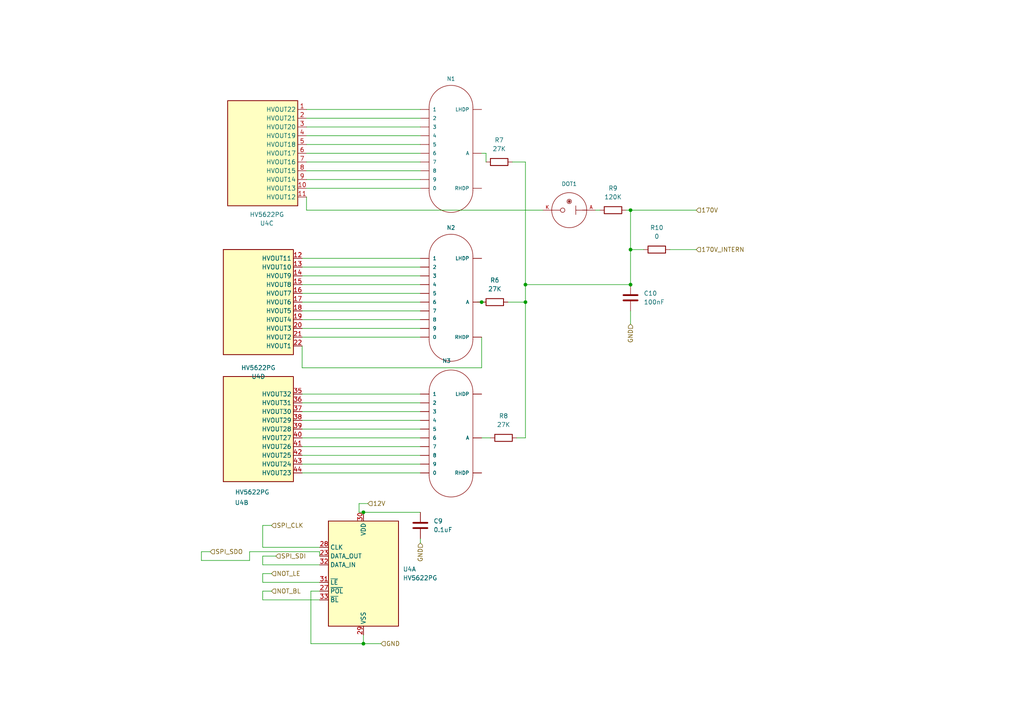
<source format=kicad_sch>
(kicad_sch (version 20250114) (generator "eeschema") (generator_version "9.0")
  (paper "A4")
  (title_block (title "Nixie driver for three IN-14 and one IN-3 tube"))
  (lib_symbols
    (symbol "Device:C" (pin_numbers (hide yes)) (pin_names (offset 0.254))
      (property "Reference" "C" (at 0.635 2.54 0))
      (property "Value" "C" (at 0.635 -2.54 0))
      (symbol "C_0_1"
        (polyline (pts (xy -2.032 0.762) (xy 2.032 0.762)) (stroke (width 0.508)))
        (polyline (pts (xy -2.032 -0.762) (xy 2.032 -0.762)) (stroke (width 0.508)))
      )
      (symbol "C_1_1"
        (pin passive line (at 0 3.81 270) (length 2.794) (name "~") (number "1"))
        (pin passive line (at 0 -3.81 90) (length 2.794) (name "~") (number "2"))
      )
    )
    (symbol "Device:R" (pin_numbers (hide yes)) (pin_names (offset 0))
      (property "Reference" "R" (at 2.032 0 90))
      (property "Value" "R" (at 0 0 90))
      (symbol "R_0_1"
        (rectangle (start -1.016 -2.54) (end 1.016 2.54) (stroke (width 0.254)))
      )
      (symbol "R_1_1"
        (pin passive line (at 0 3.81 270) (length 1.27) (name "~") (number "1"))
        (pin passive line (at 0 -3.81 90) (length 1.27) (name "~") (number "2"))
      )
    )
    (symbol "HV5622:HV5622PG"
      (property "Reference" "U" (at -8.636 16.764 0))
      (property "Value" "HV5622PG" (at -4.572 -13.462 0))
      (symbol "HV5622PG_1_1"
        (rectangle (start -10.16 15.24) (end 10.16 -15.24) (stroke (width 0.254)) (fill (type background)))
        (pin input line (at -12.7 7.62 0) (length 2.54) (name "CLK") (number "28"))
        (pin output line (at -12.7 5.08 0) (length 2.54) (name "DATA_OUT") (number "23"))
        (pin input line (at -12.7 2.54 0) (length 2.54) (name "DATA_IN") (number "32"))
        (pin input line (at -12.7 -2.54 0) (length 2.54) (name "~{LE}") (number "31"))
        (pin input line (at -12.7 -5.08 0) (length 2.54) (name "~{POL}") (number "27"))
        (pin input line (at -12.7 -7.62 0) (length 2.54) (name "~{BL}") (number "33"))
        (pin power_in line (at 0 17.78 270) (length 2.54) (name "VDD") (number "30"))
        (pin power_in line (at 0 -17.78 90) (length 2.54) (name "VSS") (number "29"))
        (pin no_connect line (at 10.16 0 0) (length 2.54) (hide yes) (name "NC") (number "34"))
        (pin no_connect line (at 10.16 -2.54 0) (length 2.54) (hide yes) (name "NC") (number "26"))
        (pin no_connect line (at 10.16 -5.08 0) (length 2.54) (hide yes) (name "NC") (number "25"))
        (pin no_connect line (at 10.16 -7.62 0) (length 2.54) (hide yes) (name "NC") (number "24"))
      )
      (symbol "HV5622PG_2_1"
        (rectangle (start -10.16 15.24) (end 10.16 -15.24) (stroke (width 0.254)) (fill (type background)))
        (pin open_collector line (at 12.7 12.7 180) (length 2.54) (name "HVOUT23") (number "44"))
        (pin open_collector line (at 12.7 10.16 180) (length 2.54) (name "HVOUT24") (number "43"))
        (pin open_collector line (at 12.7 7.62 180) (length 2.54) (name "HVOUT25") (number "42"))
        (pin open_collector line (at 12.7 5.08 180) (length 2.54) (name "HVOUT26") (number "41"))
        (pin open_collector line (at 12.7 2.54 180) (length 2.54) (name "HVOUT27") (number "40"))
        (pin open_collector line (at 12.7 0 180) (length 2.54) (name "HVOUT28") (number "39"))
        (pin open_collector line (at 12.7 -2.54 180) (length 2.54) (name "HVOUT29") (number "38"))
        (pin open_collector line (at 12.7 -5.08 180) (length 2.54) (name "HVOUT30") (number "37"))
        (pin open_collector line (at 12.7 -7.62 180) (length 2.54) (name "HVOUT31") (number "36"))
        (pin open_collector line (at 12.7 -10.16 180) (length 2.54) (name "HVOUT32") (number "35"))
      )
      (symbol "HV5622PG_3_1"
        (rectangle (start -10.16 15.24) (end 10.16 -15.24) (stroke (width 0.254)) (fill (type background)))
        (rectangle (start 12.7 12.7) (end 12.7 12.7))
        (pin open_collector line (at 12.7 12.7 180) (length 2.54) (name "HVOUT12") (number "11"))
        (pin open_collector line (at 12.7 10.16 180) (length 2.54) (name "HVOUT13") (number "10"))
        (pin open_collector line (at 12.7 7.62 180) (length 2.54) (name "HVOUT14") (number "9"))
        (pin open_collector line (at 12.7 5.08 180) (length 2.54) (name "HVOUT15") (number "8"))
        (pin open_collector line (at 12.7 2.54 180) (length 2.54) (name "HVOUT16") (number "7"))
        (pin open_collector line (at 12.7 0 180) (length 2.54) (name "HVOUT17") (number "6"))
        (pin open_collector line (at 12.7 -2.54 180) (length 2.54) (name "HVOUT18") (number "5"))
        (pin open_collector line (at 12.7 -5.08 180) (length 2.54) (name "HVOUT19") (number "4"))
        (pin open_collector line (at 12.7 -7.62 180) (length 2.54) (name "HVOUT20") (number "3"))
        (pin open_collector line (at 12.7 -10.16 180) (length 2.54) (name "HVOUT21") (number "2"))
        (pin open_collector line (at 12.7 -12.7 180) (length 2.54) (name "HVOUT22") (number "1"))
      )
      (symbol "HV5622PG_4_1"
        (rectangle (start -10.16 15.24) (end 10.16 -15.24) (stroke (width 0.254)) (fill (type background)))
        (pin open_collector line (at 12.7 12.7 180) (length 2.54) (name "HVOUT1") (number "22"))
        (pin open_collector line (at 12.7 10.16 180) (length 2.54) (name "HVOUT2") (number "21"))
        (pin open_collector line (at 12.7 7.62 180) (length 2.54) (name "HVOUT3") (number "20"))
        (pin open_collector line (at 12.7 5.08 180) (length 2.54) (name "HVOUT4") (number "19"))
        (pin open_collector line (at 12.7 2.54 180) (length 2.54) (name "HVOUT5") (number "18"))
        (pin open_collector line (at 12.7 0 180) (length 2.54) (name "HVOUT6") (number "17"))
        (pin open_collector line (at 12.7 -2.54 180) (length 2.54) (name "HVOUT7") (number "16"))
        (pin open_collector line (at 12.7 -5.08 180) (length 2.54) (name "HVOUT8") (number "15"))
        (pin open_collector line (at 12.7 -7.62 180) (length 2.54) (name "HVOUT9") (number "14"))
        (pin open_collector line (at 12.7 -10.16 180) (length 2.54) (name "HVOUT10") (number "13"))
        (pin open_collector line (at 12.7 -12.7 180) (length 2.54) (name "HVOUT11") (number "12"))
      )
    )
    (symbol "nixies-us:IN-14" (pin_numbers (hide yes)) (pin_names (offset 1.016))
      (property "Reference" "N" (at -2.54 18.415 0))
      (symbol "IN-14_1_0"
        (polyline (pts (xy -5.08 -13.335) (xy -5.08 10.795)))
        (polyline (pts (xy 7.62 -13.335) (xy 7.62 10.795)))
      )
      (symbol "IN-14_1_1"
        (arc (start -5.08 10.795) (mid 1.27 17.145) (end 7.62 10.795))
        (arc (start 7.62 -13.335) (mid 1.27 -19.685) (end -5.08 -13.335))
        (pin bidirectional line (at -7.62 10.16 0) (length 2.54) (name "1") (number "1"))
        (pin bidirectional line (at -7.62 7.62 0) (length 2.54) (name "2") (number "2"))
        (pin bidirectional line (at -7.62 5.08 0) (length 2.54) (name "3") (number "3"))
        (pin bidirectional line (at -7.62 2.54 0) (length 2.54) (name "4") (number "4"))
        (pin bidirectional line (at -7.62 0 0) (length 2.54) (name "5") (number "5"))
        (pin bidirectional line (at -7.62 -2.54 0) (length 2.54) (name "6") (number "6"))
        (pin bidirectional line (at -7.62 -5.08 0) (length 2.54) (name "7") (number "7"))
        (pin bidirectional line (at -7.62 -7.62 0) (length 2.54) (name "8") (number "8"))
        (pin bidirectional line (at -7.62 -10.16 0) (length 2.54) (name "9") (number "9"))
        (pin bidirectional line (at -7.62 -12.7 0) (length 2.54) (name "0") (number "0"))
        (pin bidirectional line (at 10.16 10.16 180) (length 2.54) (name "LHDP") (number "LHDP"))
        (pin bidirectional line (at 10.16 -2.54 180) (length 2.54) (name "A") (number "A"))
        (pin bidirectional line (at 10.16 -12.7 180) (length 2.54) (name "RHDP") (number "RHDP"))
      )
    )
    (symbol "nixies-us:IN-3" (pin_names (offset 1.016) (hide yes))
      (property "Reference" "N" (at 1.27 3.175 0))
      (symbol "IN-3_1_0"
        (polyline (pts (xy 0 -2.54) (xy 0.635 -2.54)))
        (polyline (pts (xy 0.635 -2.54) (xy 0 -2.54)))
        (polyline (pts (xy 0.635 -2.54) (xy 3.175 -2.54)))
        (polyline (pts (xy 1.27 -2.54) (xy 0.635 -2.54)))
        (polyline (pts (xy 3.175 -2.54) (xy 3.175 -1.27)))
        (polyline (pts (xy 3.175 -2.54) (xy 3.175 -3.81)))
        (polyline (pts (xy 4.7498 0) (xy 5.08 0)))
        (polyline (pts (xy 5.08 0) (xy 5.08 0.3048)))
        (polyline (pts (xy 5.08 0) (xy 5.08 -0.3048)))
        (polyline (pts (xy 5.08 0) (xy 5.3848 0)))
        (polyline (pts (xy 10.16 -2.54) (xy 7.62 -2.54)))
      )
      (symbol "IN-3_1_1"
        (circle (center 5.08 0) (radius 0.3048))
        (circle (center 5.08 0) (radius 0.635))
        (circle (center 5.08 -2.54) (radius 5.08))
        (circle (center 6.985 -2.54) (radius 0.635))
        (pin bidirectional line (at -2.54 -2.54 0) (length 2.54) (name "A") (number "A"))
        (pin bidirectional line (at 12.7 -2.54 180) (length 2.54) (name "K") (number "K"))
      )
    )
  )
  (junction (at 105.41 186.69))
  (junction (at 139.7 87.63))
  (junction (at 182.88 72.39))
  (junction (at 152.4 82.55))
  (junction (at 182.88 60.96))
  (junction (at 152.4 87.63))
  (junction (at 182.88 82.55))
  (junction (at 105.41 148.59))
  (wire (pts (xy 152.4 82.55) (xy 152.4 87.63)))
  (wire (pts (xy 139.7 106.68) (xy 139.7 97.79)))
  (wire (pts (xy 87.63 92.71) (xy 121.92 92.71)))
  (wire (pts (xy 87.63 129.54) (xy 121.92 129.54)))
  (wire (pts (xy 76.2 158.75) (xy 92.71 158.75)))
  (wire (pts (xy 157.48 60.96) (xy 88.9 60.96)))
  (wire (pts (xy 148.59 46.99) (xy 152.4 46.99)))
  (wire (pts (xy 87.63 85.09) (xy 121.92 85.09)))
  (wire (pts (xy 87.63 90.17) (xy 121.92 90.17)))
  (wire (pts (xy 88.9 31.75) (xy 121.92 31.75)))
  (wire (pts (xy 152.4 82.55) (xy 182.88 82.55)))
  (wire (pts (xy 104.14 146.05) (xy 106.68 146.05)))
  (wire (pts (xy 78.74 171.45) (xy 76.2 171.45)))
  (wire (pts (xy 87.63 132.08) (xy 121.92 132.08)))
  (wire (pts (xy 87.63 77.47) (xy 121.92 77.47)))
  (wire (pts (xy 72.39 162.56) (xy 58.42 162.56)))
  (wire (pts (xy 88.9 36.83) (xy 121.92 36.83)))
  (wire (pts (xy 105.41 148.59) (xy 121.92 148.59)))
  (wire (pts (xy 76.2 166.37) (xy 76.2 168.91)))
  (wire (pts (xy 182.88 60.96) (xy 182.88 72.39)))
  (wire (pts (xy 80.01 161.29) (xy 76.2 161.29)))
  (wire (pts (xy 87.63 100.33) (xy 87.63 106.68)))
  (wire (pts (xy 87.63 127) (xy 121.92 127)))
  (wire (pts (xy 88.9 46.99) (xy 121.92 46.99)))
  (wire (pts (xy 182.88 90.17) (xy 182.88 93.98)))
  (wire (pts (xy 87.63 116.84) (xy 121.92 116.84)))
  (wire (pts (xy 76.2 173.99) (xy 92.71 173.99)))
  (wire (pts (xy 104.14 148.59) (xy 105.41 148.59)))
  (wire (pts (xy 152.4 87.63) (xy 152.4 127)))
  (wire (pts (xy 139.7 44.45) (xy 140.97 44.45)))
  (wire (pts (xy 186.69 72.39) (xy 182.88 72.39)))
  (wire (pts (xy 87.63 121.92) (xy 121.92 121.92)))
  (wire (pts (xy 87.63 124.46) (xy 121.92 124.46)))
  (wire (pts (xy 90.17 171.45) (xy 92.71 171.45)))
  (wire (pts (xy 147.32 87.63) (xy 152.4 87.63)))
  (wire (pts (xy 87.63 80.01) (xy 121.92 80.01)))
  (wire (pts (xy 88.9 34.29) (xy 121.92 34.29)))
  (wire (pts (xy 90.17 186.69) (xy 105.41 186.69)))
  (wire (pts (xy 88.9 60.96) (xy 88.9 57.15)))
  (wire (pts (xy 76.2 163.83) (xy 92.71 163.83)))
  (wire (pts (xy 92.71 161.29) (xy 92.71 160.02)))
  (wire (pts (xy 182.88 60.96) (xy 201.93 60.96)))
  (wire (pts (xy 88.9 49.53) (xy 121.92 49.53)))
  (wire (pts (xy 104.14 148.59) (xy 104.14 146.05)))
  (wire (pts (xy 87.63 82.55) (xy 121.92 82.55)))
  (wire (pts (xy 78.74 152.4) (xy 76.2 152.4)))
  (wire (pts (xy 92.71 160.02) (xy 72.39 160.02)))
  (wire (pts (xy 140.97 44.45) (xy 140.97 46.99)))
  (wire (pts (xy 88.9 52.07) (xy 121.92 52.07)))
  (wire (pts (xy 87.63 95.25) (xy 121.92 95.25)))
  (wire (pts (xy 87.63 134.62) (xy 121.92 134.62)))
  (wire (pts (xy 149.86 127) (xy 152.4 127)))
  (wire (pts (xy 88.9 54.61) (xy 121.92 54.61)))
  (wire (pts (xy 87.63 74.93) (xy 121.92 74.93)))
  (wire (pts (xy 87.63 114.3) (xy 121.92 114.3)))
  (wire (pts (xy 194.31 72.39) (xy 201.93 72.39)))
  (wire (pts (xy 76.2 152.4) (xy 76.2 158.75)))
  (wire (pts (xy 76.2 161.29) (xy 76.2 163.83)))
  (wire (pts (xy 88.9 44.45) (xy 121.92 44.45)))
  (wire (pts (xy 87.63 137.16) (xy 121.92 137.16)))
  (wire (pts (xy 139.7 127) (xy 142.24 127)))
  (wire (pts (xy 90.17 171.45) (xy 90.17 186.69)))
  (wire (pts (xy 87.63 97.79) (xy 121.92 97.79)))
  (wire (pts (xy 105.41 186.69) (xy 105.41 184.15)))
  (wire (pts (xy 87.63 106.68) (xy 139.7 106.68)))
  (wire (pts (xy 182.88 72.39) (xy 182.88 82.55)))
  (wire (pts (xy 121.92 156.21) (xy 121.92 157.48)))
  (wire (pts (xy 92.71 168.91) (xy 76.2 168.91)))
  (wire (pts (xy 58.42 160.02) (xy 60.96 160.02)))
  (wire (pts (xy 88.9 41.91) (xy 121.92 41.91)))
  (wire (pts (xy 72.39 160.02) (xy 72.39 162.56)))
  (wire (pts (xy 87.63 87.63) (xy 121.92 87.63)))
  (wire (pts (xy 105.41 186.69) (xy 110.49 186.69)))
  (wire (pts (xy 152.4 46.99) (xy 152.4 82.55)))
  (wire (pts (xy 76.2 171.45) (xy 76.2 173.99)))
  (wire (pts (xy 87.63 119.38) (xy 121.92 119.38)))
  (wire (pts (xy 58.42 162.56) (xy 58.42 160.02)))
  (wire (pts (xy 88.9 39.37) (xy 121.92 39.37)))
  (wire (pts (xy 181.61 60.96) (xy 182.88 60.96)))
  (wire (pts (xy 172.72 60.96) (xy 173.99 60.96)))
  (wire (pts (xy 139.7 87.63) (xy 138.43 87.63)))
  (wire (pts (xy 78.74 166.37) (xy 76.2 166.37)))
  (hierarchical_label "SPI_SDI" (shape input) (at 80.01 161.29 0))
  (hierarchical_label "12V" (shape input) (at 106.68 146.05 0))
  (hierarchical_label "NOT_LE" (shape input) (at 78.74 166.37 0))
  (hierarchical_label "GND" (shape input) (at 110.49 186.69 0))
  (hierarchical_label "NOT_BL" (shape input) (at 78.74 171.45 0))
  (hierarchical_label "170V_INTERN" (shape input) (at 201.93 72.39 0))
  (hierarchical_label "SPI_SDO" (shape input) (at 60.96 160.02 0))
  (hierarchical_label "GND" (shape input) (at 121.92 157.48 270))
  (hierarchical_label "170V" (shape input) (at 201.93 60.96 0))
  (hierarchical_label "GND" (shape input) (at 182.88 93.98 270))
  (hierarchical_label "SPI_CLK" (shape input) (at 78.74 152.4 0))
  (symbol (lib_id "nixies-us:IN-3") (at 170.18 58.42 0) (mirror y) (unit 1)
    (property "Reference" "DOT1" (at 165.1 53.34 0) (effects (font (size 1.143 1.143))))
    (property "Value" "IN-3" (effects (hide yes)))
    (property "Footprint" "nixies-us:nixies-us-IN-3" (effects (hide yes)))
  )
  (symbol (lib_id "HV5622:HV5622PG") (at 74.93 124.46 0) (mirror x) (unit 2)
    (property "Reference" "U4" (at 70.104 145.796 0))
    (property "Value" "HV5622PG" (at 73.152 142.748 0))
    (property "Footprint" "Package_QFP:PQFP-44_10x10mm_P0.8mm" (effects (hide yes)))
    (property "Datasheet" "https://ww1.microchip.com/downloads/aemDocuments/documents/OTH/ProductDocuments/DataSheets/20005854A.pdf" (effects (hide yes)))
    (property "Description" "32-Channel, Serial to Parallel Converter w/ Open Drain Outputs, 220V" (effects (hide yes)))
  )
  (symbol (lib_id "Device:R") (at 144.78 46.99 270) (unit 1)
    (property "Reference" "R7" (at 144.78 40.64 90))
    (property "Value" "27K" (at 144.78 43.18 90))
    (property "Footprint" "Resistor_SMD:R_1206_3216Metric" (effects (hide yes)))
    (property "Description" "Resistor" (effects (hide yes)))
  )
  (symbol (lib_id "Device:R") (at 146.05 127 270) (unit 1)
    (property "Reference" "R8" (at 146.05 120.65 90))
    (property "Value" "27K" (at 146.05 123.19 90))
    (property "Footprint" "Resistor_SMD:R_1206_3216Metric" (effects (hide yes)))
    (property "Description" "Resistor" (effects (hide yes)))
  )
  (symbol (lib_id "Device:R") (at 190.5 72.39 270) (unit 1)
    (property "Reference" "R10" (at 190.5 66.04 90))
    (property "Value" "0" (at 190.5 68.58 90))
    (property "Footprint" "Resistor_SMD:R_1206_3216Metric" (effects (hide yes)))
    (property "Description" "Resistor" (effects (hide yes)))
  )
  (symbol (lib_id "nixies-us:IN-14") (at 129.54 41.91 0) (unit 1)
    (property "Reference" "N1" (at 130.81 22.86 0) (effects (font (size 1.143 1.143))))
    (property "Value" "IN-14" (effects (hide yes)))
    (property "Footprint" "nixies-us:nixies-us-IN-14" (effects (hide yes)))
  )
  (symbol (lib_id "Device:R") (at 143.51 87.63 270) (unit 1)
    (property "Reference" "R6" (at 143.51 81.28 90))
    (property "Value" "27K" (at 143.51 83.82 90))
    (property "Footprint" "Resistor_SMD:R_1206_3216Metric" (effects (hide yes)))
    (property "Description" "Resistor" (effects (hide yes)))
  )
  (symbol (lib_id "nixies-us:IN-14") (at 129.54 85.09 0) (unit 1)
    (property "Reference" "N2" (at 130.81 66.04 0) (effects (font (size 1.143 1.143))))
    (property "Value" "IN-14" (effects (hide yes)))
    (property "Footprint" "nixies-us:nixies-us-IN-14" (effects (hide yes)))
  )
  (symbol (lib_id "Device:R") (at 177.8 60.96 90) (unit 1)
    (property "Reference" "R9" (at 177.8 54.61 90))
    (property "Value" "120K" (at 177.8 57.15 90))
    (property "Footprint" "Resistor_SMD:R_1206_3216Metric" (effects (hide yes)))
    (property "Description" "Resistor" (effects (hide yes)))
  )
  (symbol (lib_id "nixies-us:IN-14") (at 129.54 124.46 0) (unit 1)
    (property "Reference" "N3" (at 129.54 104.648 0) (effects (font (size 1.143 1.143))))
    (property "Value" "IN-14" (effects (hide yes)))
    (property "Footprint" "nixies-us:nixies-us-IN-14" (effects (hide yes)))
  )
  (symbol (lib_id "HV5622:HV5622PG") (at 105.41 166.37 0) (unit 1)
    (property "Reference" "U4" (at 116.84 165.0999 0) (effects (justify left)))
    (property "Value" "HV5622PG" (at 116.84 167.6399 0) (effects (justify left)))
    (property "Footprint" "Package_QFP:PQFP-44_10x10mm_P0.8mm" (effects (hide yes)))
    (property "Datasheet" "https://ww1.microchip.com/downloads/aemDocuments/documents/OTH/ProductDocuments/DataSheets/20005854A.pdf" (effects (hide yes)))
    (property "Description" "32-Channel, Serial to Parallel Converter w/ Open Drain Outputs, 220V" (effects (hide yes)))
  )
  (symbol (lib_id "HV5622:HV5622PG") (at 76.2 44.45 0) (mirror x) (unit 3)
    (property "Reference" "U4" (at 77.4065 64.77 0))
    (property "Value" "HV5622PG" (at 77.4065 62.23 0))
    (property "Footprint" "Package_QFP:PQFP-44_10x10mm_P0.8mm" (effects (hide yes)))
    (property "Datasheet" "https://ww1.microchip.com/downloads/aemDocuments/documents/OTH/ProductDocuments/DataSheets/20005854A.pdf" (effects (hide yes)))
    (property "Description" "32-Channel, Serial to Parallel Converter w/ Open Drain Outputs, 220V" (effects (hide yes)))
  )
  (symbol (lib_id "HV5622:HV5622PG") (at 74.93 87.63 0) (mirror x) (unit 4)
    (property "Reference" "U4" (at 74.93 109.22 0))
    (property "Value" "HV5622PG" (at 74.93 106.68 0))
    (property "Footprint" "Package_QFP:PQFP-44_10x10mm_P0.8mm" (effects (hide yes)))
    (property "Datasheet" "https://ww1.microchip.com/downloads/aemDocuments/documents/OTH/ProductDocuments/DataSheets/20005854A.pdf" (effects (hide yes)))
    (property "Description" "32-Channel, Serial to Parallel Converter w/ Open Drain Outputs, 220V" (effects (hide yes)))
  )
  (symbol (lib_id "Device:C") (at 182.88 86.36 0) (unit 1)
    (property "Reference" "C10" (at 186.69 85.0899 0) (effects (justify left)))
    (property "Value" "100nF" (at 186.69 87.6299 0) (effects (justify left)))
    (property "Footprint" "Capacitor_SMD:C_1206_3216Metric" (effects (hide yes)))
    (property "Description" "Unpolarized capacitor" (effects (hide yes)))
  )
  (symbol (lib_id "Device:C") (at 121.92 152.4 180) (unit 1)
    (property "Reference" "C9" (at 125.73 151.1299 0) (effects (justify right)))
    (property "Value" "0.1uF" (at 125.73 153.6699 0) (effects (justify right)))
    (property "Footprint" "Capacitor_SMD:C_1206_3216Metric" (effects (hide yes)))
    (property "Description" "Unpolarized capacitor" (effects (hide yes)))
  )
)
</source>
